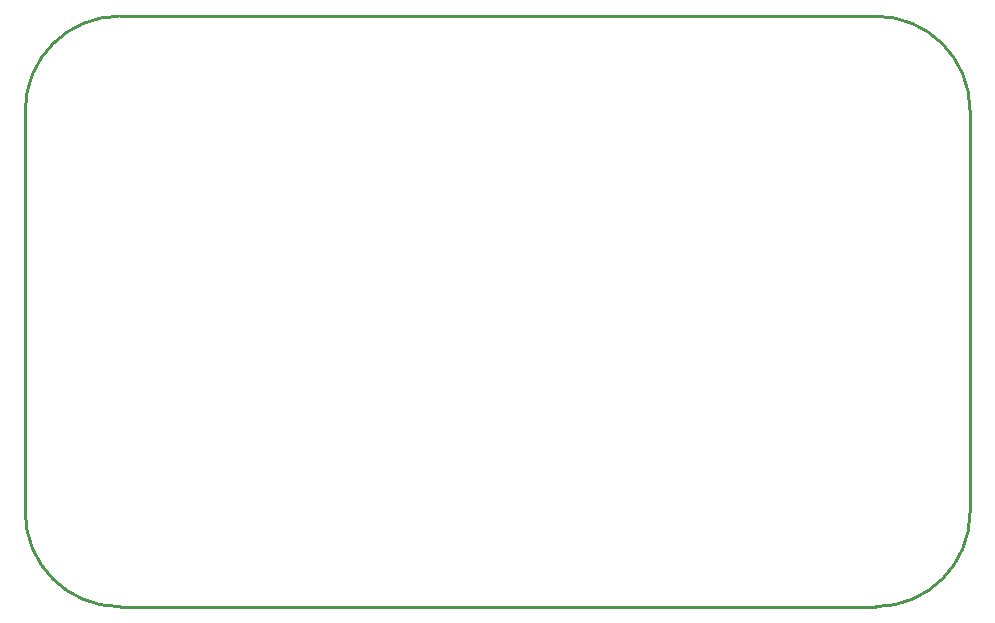
<source format=gko>
G04 Layer: BoardOutlineLayer*
G04 EasyEDA v6.5.9, 2022-07-29 15:21:59*
G04 d62bb8ad4e154c8097677c42ea29ab51,674c0623d3a246009f606e19fc16e94a,10*
G04 Gerber Generator version 0.2*
G04 Scale: 100 percent, Rotated: No, Reflected: No *
G04 Dimensions in millimeters *
G04 leading zeros omitted , absolute positions ,4 integer and 5 decimal *
%FSLAX45Y45*%
%MOMM*%

%ADD10C,0.2540*%
D10*
X0Y-4199999D02*
G01*
X0Y-800000D01*
X7999999Y-800000D02*
G01*
X7999999Y-4199999D01*
X7200000Y-5000000D02*
G01*
X800000Y-5000000D01*
X800000Y0D02*
G01*
X7200000Y0D01*
G75*
G01*
X800001Y-5000000D02*
G02*
X0Y-4199999I0J800001D01*
G75*
G01*
X0Y-800001D02*
G02*
X800001Y0I800001J0D01*
G75*
G01*
X7200001Y0D02*
G02*
X7999999Y-800001I-3J-800001D01*
G75*
G01*
X7999999Y-4199999D02*
G02*
X7200001Y-5000000I-800001J0D01*

%LPD*%
M02*

</source>
